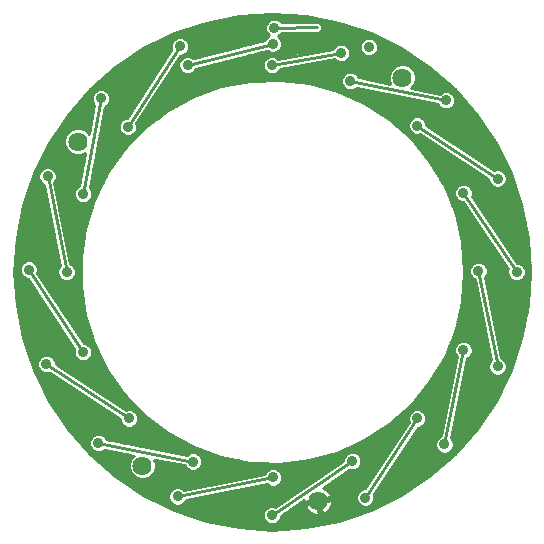
<source format=gbl>
G75*
%MOIN*%
%OFA0B0*%
%FSLAX24Y24*%
%IPPOS*%
%LPD*%
%AMOC8*
5,1,8,0,0,1.08239X$1,22.5*
%
%ADD10C,0.0640*%
%ADD11C,0.0350*%
%ADD12C,0.0100*%
D10*
X004570Y002495D03*
X010420Y001325D03*
X002420Y013295D03*
X013230Y015435D03*
D11*
X012119Y016455D03*
X011195Y016258D03*
X011500Y015315D03*
X013733Y013837D03*
X014689Y014676D03*
X016410Y012066D03*
X015268Y011593D03*
X015770Y008995D03*
X017040Y008955D03*
X015268Y006357D03*
X016410Y005806D03*
X014638Y003207D03*
X013733Y004073D03*
X011567Y002656D03*
X012000Y001436D03*
X008930Y002105D03*
X008890Y000845D03*
X006320Y002045D03*
X006260Y002637D03*
X005741Y001475D03*
X004126Y004073D03*
X003103Y003247D03*
X001370Y005884D03*
X002591Y006278D03*
X002040Y008955D03*
X000780Y009034D03*
X002591Y011554D03*
X001410Y012144D03*
X003181Y014743D03*
X004087Y013798D03*
X006077Y015846D03*
X005819Y016475D03*
X008890Y015845D03*
X008915Y016564D03*
X008965Y017097D03*
D12*
X002081Y003733D02*
X002822Y002888D01*
X003668Y002146D01*
X004602Y001522D01*
X005611Y001024D01*
X006675Y000663D01*
X007778Y000444D01*
X008900Y000370D01*
X010022Y000444D01*
X011125Y000663D01*
X012189Y001024D01*
X013198Y001522D01*
X014132Y002146D01*
X014978Y002888D01*
X015719Y003733D01*
X016343Y004668D01*
X016841Y005676D01*
X017202Y006741D01*
X017421Y007843D01*
X017421Y007843D01*
X017495Y008965D01*
X017421Y010087D01*
X017202Y011190D01*
X016841Y012254D01*
X016343Y013263D01*
X015719Y014197D01*
X014978Y015043D01*
X014132Y015784D01*
X013198Y016409D01*
X012189Y016906D01*
X011125Y017267D01*
X010022Y017487D01*
X008900Y017560D01*
X007778Y017487D01*
X006675Y017267D01*
X005611Y016906D01*
X004602Y016409D01*
X003668Y015784D01*
X002822Y015043D01*
X002081Y014197D01*
X001457Y013263D01*
X000959Y012254D01*
X000598Y011190D01*
X000379Y010087D01*
X000305Y008965D01*
X000379Y007843D01*
X000598Y006741D01*
X000959Y005676D01*
X001457Y004668D01*
X002081Y003733D01*
X002062Y003761D02*
X005193Y003761D01*
X005322Y003663D02*
X002143Y003663D01*
X002229Y003564D02*
X005464Y003564D01*
X005418Y003589D02*
X006280Y003121D01*
X007203Y002789D01*
X008165Y002602D01*
X008165Y002602D01*
X009145Y002565D01*
X009145Y002565D01*
X010119Y002677D01*
X010119Y002677D01*
X011065Y002937D01*
X011960Y003338D01*
X012783Y003871D01*
X013515Y004524D01*
X014139Y005280D01*
X014640Y006123D01*
X014640Y006123D01*
X015007Y007033D01*
X015230Y007987D01*
X015230Y007987D01*
X015305Y008965D01*
X015230Y009943D01*
X015007Y010898D01*
X014640Y011807D01*
X014139Y012650D01*
X013515Y013407D01*
X012783Y014059D01*
X012783Y014059D01*
X011960Y014592D01*
X011960Y014592D01*
X011065Y014993D01*
X010119Y015253D01*
X009145Y015365D01*
X008165Y015328D01*
X007203Y015141D01*
X006280Y014810D01*
X005418Y014341D01*
X004639Y013747D01*
X003959Y013040D01*
X003959Y013040D01*
X003394Y012238D01*
X002959Y011359D01*
X002663Y010425D01*
X002663Y010425D01*
X002514Y009455D01*
X002514Y008475D01*
X002663Y007506D01*
X002663Y007506D01*
X002959Y006571D01*
X002959Y006571D01*
X003394Y005692D01*
X003959Y004890D01*
X004639Y004183D01*
X005418Y003589D01*
X005418Y003589D01*
X005645Y003466D02*
X003315Y003466D01*
X003276Y003505D02*
X003163Y003552D01*
X003042Y003552D01*
X002930Y003505D01*
X002844Y003419D01*
X002798Y003307D01*
X002798Y003186D01*
X002844Y003074D01*
X002930Y002988D01*
X003042Y002942D01*
X003163Y002942D01*
X003276Y002988D01*
X003311Y003023D01*
X004275Y002837D01*
X004189Y002750D01*
X004120Y002585D01*
X004120Y002406D01*
X004189Y002240D01*
X004315Y002114D01*
X004480Y002045D01*
X004660Y002045D01*
X004825Y002114D01*
X004951Y002240D01*
X005020Y002406D01*
X005020Y002585D01*
X004971Y002703D01*
X005984Y002507D01*
X006002Y002465D01*
X006088Y002379D01*
X006200Y002332D01*
X006321Y002332D01*
X006433Y002379D01*
X006519Y002465D01*
X006565Y002577D01*
X006565Y002698D01*
X006519Y002810D01*
X006433Y002896D01*
X006321Y002942D01*
X006200Y002942D01*
X006088Y002896D01*
X006053Y002861D01*
X003379Y003377D01*
X003361Y003419D01*
X003276Y003505D01*
X003428Y003367D02*
X005826Y003367D01*
X006008Y003269D02*
X003939Y003269D01*
X004081Y002875D02*
X002837Y002875D01*
X002747Y002973D02*
X002966Y002973D01*
X002846Y003072D02*
X002661Y003072D01*
X002575Y003170D02*
X002804Y003170D01*
X002798Y003269D02*
X002488Y003269D01*
X002402Y003367D02*
X002823Y003367D01*
X002890Y003466D02*
X002315Y003466D01*
X001996Y003860D02*
X003909Y003860D01*
X003868Y003901D02*
X003954Y003815D01*
X004066Y003768D01*
X004187Y003768D01*
X004299Y003815D01*
X004385Y003901D01*
X004431Y004013D01*
X004431Y004134D01*
X004385Y004246D01*
X004299Y004332D01*
X004187Y004378D01*
X004066Y004378D01*
X004019Y004359D01*
X001675Y005899D01*
X001675Y005945D01*
X001629Y006057D01*
X001543Y006143D01*
X001431Y006189D01*
X001310Y006189D01*
X001198Y006143D01*
X001112Y006057D01*
X001065Y005945D01*
X001065Y005824D01*
X001112Y005712D01*
X001198Y005626D01*
X001310Y005579D01*
X001431Y005579D01*
X001478Y005599D01*
X003821Y004058D01*
X003821Y004013D01*
X003868Y003901D01*
X003844Y003958D02*
X001931Y003958D01*
X001865Y004057D02*
X003821Y004057D01*
X003674Y004155D02*
X001799Y004155D01*
X001733Y004254D02*
X003524Y004254D01*
X003374Y004352D02*
X001667Y004352D01*
X001601Y004451D02*
X003225Y004451D01*
X003075Y004549D02*
X001536Y004549D01*
X001470Y004648D02*
X002925Y004648D01*
X002775Y004746D02*
X001418Y004746D01*
X001369Y004845D02*
X002625Y004845D01*
X002475Y004943D02*
X001321Y004943D01*
X001272Y005042D02*
X002325Y005042D01*
X002175Y005140D02*
X001223Y005140D01*
X001175Y005239D02*
X002025Y005239D01*
X001876Y005337D02*
X001126Y005337D01*
X001078Y005436D02*
X001726Y005436D01*
X001576Y005534D02*
X001029Y005534D01*
X000981Y005633D02*
X001191Y005633D01*
X001104Y005731D02*
X000941Y005731D01*
X000907Y005830D02*
X001065Y005830D01*
X001065Y005928D02*
X000874Y005928D01*
X000840Y006027D02*
X001099Y006027D01*
X001180Y006125D02*
X000807Y006125D01*
X000773Y006224D02*
X002286Y006224D01*
X002286Y006217D02*
X002332Y006105D01*
X002418Y006020D01*
X002530Y005973D01*
X002652Y005973D01*
X002764Y006020D01*
X002850Y006105D01*
X002896Y006217D01*
X002896Y006339D01*
X002850Y006451D01*
X002764Y006537D01*
X002652Y006583D01*
X002606Y006583D01*
X001066Y008927D01*
X001085Y008973D01*
X001085Y009095D01*
X001038Y009207D01*
X000953Y009293D01*
X000841Y009339D01*
X000719Y009339D01*
X000607Y009293D01*
X000521Y009207D01*
X000475Y009095D01*
X000475Y008973D01*
X000521Y008861D01*
X000607Y008775D01*
X000719Y008729D01*
X000765Y008729D01*
X002305Y006385D01*
X002286Y006339D01*
X002286Y006217D01*
X002324Y006125D02*
X001561Y006125D01*
X001642Y006027D02*
X002411Y006027D01*
X002591Y006278D02*
X000780Y009034D01*
X001050Y009179D02*
X001812Y009179D01*
X001815Y009162D02*
X001781Y009128D01*
X001735Y009016D01*
X001735Y008895D01*
X001781Y008783D01*
X001867Y008697D01*
X001979Y008650D01*
X002100Y008650D01*
X002213Y008697D01*
X002298Y008783D01*
X002345Y008895D01*
X002345Y009016D01*
X002298Y009128D01*
X002213Y009214D01*
X002169Y009232D01*
X001634Y011937D01*
X001668Y011971D01*
X001715Y012084D01*
X001715Y012205D01*
X001668Y012317D01*
X001583Y012403D01*
X001471Y012449D01*
X001349Y012449D01*
X001237Y012403D01*
X001151Y012317D01*
X001105Y012205D01*
X001105Y012084D01*
X001151Y011971D01*
X001237Y011886D01*
X001281Y011867D01*
X001815Y009162D01*
X001761Y009080D02*
X001085Y009080D01*
X001085Y008982D02*
X001735Y008982D01*
X001740Y008883D02*
X001094Y008883D01*
X001159Y008785D02*
X001780Y008785D01*
X001893Y008686D02*
X001224Y008686D01*
X001289Y008588D02*
X002514Y008588D01*
X002514Y008686D02*
X002187Y008686D01*
X002299Y008785D02*
X002514Y008785D01*
X002514Y008883D02*
X002340Y008883D01*
X002345Y008982D02*
X002514Y008982D01*
X002514Y009080D02*
X002318Y009080D01*
X002248Y009179D02*
X002514Y009179D01*
X002514Y009277D02*
X002160Y009277D01*
X002140Y009376D02*
X002514Y009376D01*
X002517Y009474D02*
X002121Y009474D01*
X002101Y009573D02*
X002532Y009573D01*
X002547Y009671D02*
X002082Y009671D01*
X002062Y009770D02*
X002562Y009770D01*
X002578Y009868D02*
X002043Y009868D01*
X002023Y009967D02*
X002593Y009967D01*
X002608Y010065D02*
X002004Y010065D01*
X001985Y010164D02*
X002623Y010164D01*
X002638Y010262D02*
X001965Y010262D01*
X001946Y010361D02*
X002654Y010361D01*
X002674Y010459D02*
X001926Y010459D01*
X001907Y010558D02*
X002706Y010558D01*
X002737Y010656D02*
X001887Y010656D01*
X001868Y010755D02*
X002768Y010755D01*
X002799Y010853D02*
X001848Y010853D01*
X001829Y010952D02*
X002830Y010952D01*
X002861Y011050D02*
X001809Y011050D01*
X001790Y011149D02*
X002893Y011149D01*
X002924Y011247D02*
X001771Y011247D01*
X001751Y011346D02*
X002368Y011346D01*
X002332Y011381D02*
X002418Y011295D01*
X002530Y011249D01*
X002652Y011249D01*
X002764Y011295D01*
X002850Y011381D01*
X002896Y011493D01*
X002896Y011614D01*
X002850Y011726D01*
X002813Y011763D01*
X003314Y014467D01*
X003354Y014484D01*
X003440Y014570D01*
X003486Y014682D01*
X003486Y014803D01*
X003440Y014915D01*
X003354Y015001D01*
X003242Y015048D01*
X003121Y015048D01*
X003009Y015001D01*
X002923Y014915D01*
X002876Y014803D01*
X002876Y014682D01*
X002923Y014570D01*
X002960Y014533D01*
X002781Y013570D01*
X002675Y013677D01*
X002510Y013745D01*
X002330Y013745D01*
X002165Y013677D01*
X002039Y013550D01*
X001970Y013385D01*
X001970Y013206D01*
X002039Y013040D01*
X002165Y012914D01*
X002330Y012845D01*
X002510Y012845D01*
X002658Y012907D01*
X002459Y011829D01*
X002418Y011812D01*
X002332Y011726D01*
X002286Y011614D01*
X002286Y011493D01*
X002332Y011381D01*
X002306Y011444D02*
X001732Y011444D01*
X001712Y011543D02*
X002286Y011543D01*
X002297Y011641D02*
X001693Y011641D01*
X001673Y011740D02*
X002346Y011740D01*
X002461Y011838D02*
X001654Y011838D01*
X001634Y011937D02*
X002479Y011937D01*
X002497Y012035D02*
X001695Y012035D01*
X001715Y012134D02*
X002515Y012134D01*
X002534Y012232D02*
X001704Y012232D01*
X001655Y012331D02*
X002552Y012331D01*
X002570Y012429D02*
X001519Y012429D01*
X001301Y012429D02*
X001045Y012429D01*
X000997Y012331D02*
X001165Y012331D01*
X001116Y012232D02*
X000952Y012232D01*
X000918Y012134D02*
X001105Y012134D01*
X001125Y012035D02*
X000885Y012035D01*
X000851Y011937D02*
X001186Y011937D01*
X001287Y011838D02*
X000818Y011838D01*
X000785Y011740D02*
X001306Y011740D01*
X001326Y011641D02*
X000751Y011641D01*
X000718Y011543D02*
X001345Y011543D01*
X001365Y011444D02*
X000684Y011444D01*
X000651Y011346D02*
X001384Y011346D01*
X001404Y011247D02*
X000617Y011247D01*
X000590Y011149D02*
X001423Y011149D01*
X001442Y011050D02*
X000570Y011050D01*
X000551Y010952D02*
X001462Y010952D01*
X001481Y010853D02*
X000531Y010853D01*
X000511Y010755D02*
X001501Y010755D01*
X001520Y010656D02*
X000492Y010656D01*
X000472Y010558D02*
X001540Y010558D01*
X001559Y010459D02*
X000453Y010459D01*
X000433Y010361D02*
X001579Y010361D01*
X001598Y010262D02*
X000413Y010262D01*
X000394Y010164D02*
X001618Y010164D01*
X001637Y010065D02*
X000377Y010065D01*
X000371Y009967D02*
X001657Y009967D01*
X001676Y009868D02*
X000364Y009868D01*
X000358Y009770D02*
X001695Y009770D01*
X001715Y009671D02*
X000351Y009671D01*
X000345Y009573D02*
X001734Y009573D01*
X001754Y009474D02*
X000338Y009474D01*
X000332Y009376D02*
X001773Y009376D01*
X001793Y009277D02*
X000968Y009277D01*
X000592Y009277D02*
X000325Y009277D01*
X000319Y009179D02*
X000510Y009179D01*
X000475Y009080D02*
X000313Y009080D01*
X000306Y008982D02*
X000475Y008982D01*
X000512Y008883D02*
X000310Y008883D01*
X000317Y008785D02*
X000598Y008785D01*
X000793Y008686D02*
X000323Y008686D01*
X000330Y008588D02*
X000858Y008588D01*
X000923Y008489D02*
X000336Y008489D01*
X000343Y008391D02*
X000987Y008391D01*
X001052Y008292D02*
X000349Y008292D01*
X000356Y008194D02*
X001117Y008194D01*
X001182Y008095D02*
X000362Y008095D01*
X000368Y007997D02*
X001246Y007997D01*
X001311Y007898D02*
X000375Y007898D01*
X000387Y007800D02*
X001376Y007800D01*
X001440Y007701D02*
X000407Y007701D01*
X000426Y007603D02*
X001505Y007603D01*
X001570Y007504D02*
X000446Y007504D01*
X000466Y007406D02*
X001635Y007406D01*
X001699Y007307D02*
X000485Y007307D01*
X000505Y007209D02*
X001764Y007209D01*
X001829Y007110D02*
X000524Y007110D01*
X000544Y007012D02*
X001894Y007012D01*
X001958Y006913D02*
X000564Y006913D01*
X000583Y006815D02*
X002023Y006815D01*
X002088Y006716D02*
X000606Y006716D01*
X000640Y006618D02*
X002152Y006618D01*
X002217Y006519D02*
X000673Y006519D01*
X000706Y006421D02*
X002282Y006421D01*
X002286Y006322D02*
X000740Y006322D01*
X001370Y005884D02*
X004126Y004073D01*
X004344Y003860D02*
X005063Y003860D01*
X004934Y003958D02*
X004409Y003958D01*
X004431Y004057D02*
X004805Y004057D01*
X004676Y004155D02*
X004423Y004155D01*
X004377Y004254D02*
X004571Y004254D01*
X004639Y004183D02*
X004639Y004183D01*
X004476Y004352D02*
X004250Y004352D01*
X004381Y004451D02*
X003880Y004451D01*
X003730Y004549D02*
X004287Y004549D01*
X004192Y004648D02*
X003580Y004648D01*
X003430Y004746D02*
X004097Y004746D01*
X004002Y004845D02*
X003281Y004845D01*
X003131Y004943D02*
X003921Y004943D01*
X003959Y004890D02*
X003959Y004890D01*
X003852Y005042D02*
X002981Y005042D01*
X002831Y005140D02*
X003783Y005140D01*
X003713Y005239D02*
X002681Y005239D01*
X002531Y005337D02*
X003644Y005337D01*
X003575Y005436D02*
X002381Y005436D01*
X002231Y005534D02*
X003506Y005534D01*
X003436Y005633D02*
X002081Y005633D01*
X001931Y005731D02*
X003375Y005731D01*
X003394Y005692D02*
X003394Y005692D01*
X003326Y005830D02*
X001782Y005830D01*
X001675Y005928D02*
X003278Y005928D01*
X003229Y006027D02*
X002771Y006027D01*
X002858Y006125D02*
X003180Y006125D01*
X003131Y006224D02*
X002896Y006224D01*
X002896Y006322D02*
X003082Y006322D01*
X003034Y006421D02*
X002862Y006421D01*
X002781Y006519D02*
X002985Y006519D01*
X002945Y006618D02*
X002583Y006618D01*
X002518Y006716D02*
X002913Y006716D01*
X002882Y006815D02*
X002454Y006815D01*
X002389Y006913D02*
X002851Y006913D01*
X002820Y007012D02*
X002324Y007012D01*
X002260Y007110D02*
X002789Y007110D01*
X002757Y007209D02*
X002195Y007209D01*
X002130Y007307D02*
X002726Y007307D01*
X002695Y007406D02*
X002065Y007406D01*
X002001Y007504D02*
X002664Y007504D01*
X002649Y007603D02*
X001936Y007603D01*
X001871Y007701D02*
X002633Y007701D01*
X002618Y007800D02*
X001806Y007800D01*
X001742Y007898D02*
X002603Y007898D01*
X002588Y007997D02*
X001677Y007997D01*
X001612Y008095D02*
X002572Y008095D01*
X002557Y008194D02*
X001548Y008194D01*
X001483Y008292D02*
X002542Y008292D01*
X002527Y008391D02*
X001418Y008391D01*
X001353Y008489D02*
X002514Y008489D01*
X002040Y008955D02*
X001410Y012144D01*
X001094Y012528D02*
X002588Y012528D01*
X002606Y012626D02*
X001143Y012626D01*
X001191Y012725D02*
X002625Y012725D01*
X002643Y012823D02*
X001240Y012823D01*
X001288Y012922D02*
X002157Y012922D01*
X002059Y013020D02*
X001337Y013020D01*
X001386Y013119D02*
X002006Y013119D01*
X001970Y013217D02*
X001434Y013217D01*
X001492Y013316D02*
X001970Y013316D01*
X001982Y013414D02*
X001558Y013414D01*
X001624Y013513D02*
X002023Y013513D01*
X002100Y013611D02*
X001689Y013611D01*
X001755Y013710D02*
X002245Y013710D01*
X002595Y013710D02*
X002807Y013710D01*
X002825Y013808D02*
X001821Y013808D01*
X001887Y013907D02*
X002844Y013907D01*
X002862Y014005D02*
X001953Y014005D01*
X002018Y014104D02*
X002880Y014104D01*
X002898Y014202D02*
X002085Y014202D01*
X002172Y014301D02*
X002917Y014301D01*
X002935Y014399D02*
X002258Y014399D01*
X002344Y014498D02*
X002953Y014498D01*
X002912Y014596D02*
X002431Y014596D01*
X002517Y014695D02*
X002876Y014695D01*
X002876Y014793D02*
X002604Y014793D01*
X002690Y014892D02*
X002913Y014892D01*
X002998Y014990D02*
X002776Y014990D01*
X002875Y015089D02*
X004708Y015089D01*
X004772Y015187D02*
X002987Y015187D01*
X003099Y015286D02*
X004835Y015286D01*
X004899Y015384D02*
X003212Y015384D01*
X003324Y015483D02*
X004963Y015483D01*
X005027Y015581D02*
X003436Y015581D01*
X003549Y015680D02*
X005090Y015680D01*
X005154Y015778D02*
X003661Y015778D01*
X003806Y015877D02*
X005218Y015877D01*
X005281Y015975D02*
X003954Y015975D01*
X004101Y016074D02*
X005345Y016074D01*
X005409Y016172D02*
X004249Y016172D01*
X004396Y016271D02*
X005473Y016271D01*
X005534Y016366D02*
X005514Y016414D01*
X005514Y016536D01*
X005561Y016648D01*
X005647Y016734D01*
X005759Y016780D01*
X005880Y016780D01*
X005992Y016734D01*
X006078Y016648D01*
X006124Y016536D01*
X006124Y016414D01*
X006078Y016302D01*
X005992Y016216D01*
X005880Y016170D01*
X005836Y016170D01*
X004372Y013907D01*
X004392Y013858D01*
X004392Y013737D01*
X004346Y013625D01*
X004260Y013539D01*
X004148Y013493D01*
X004026Y013493D01*
X003914Y013539D01*
X003828Y013625D01*
X003782Y013737D01*
X003782Y013858D01*
X003828Y013971D01*
X003914Y014056D01*
X004026Y014103D01*
X004070Y014103D01*
X005534Y016366D01*
X005533Y016369D02*
X004543Y016369D01*
X004722Y016468D02*
X005514Y016468D01*
X005527Y016566D02*
X004922Y016566D01*
X005122Y016665D02*
X005578Y016665D01*
X005718Y016763D02*
X005321Y016763D01*
X005521Y016862D02*
X008769Y016862D01*
X008789Y016842D02*
X008742Y016823D01*
X008656Y016737D01*
X008632Y016678D01*
X006273Y016081D01*
X006249Y016104D01*
X006137Y016151D01*
X006016Y016151D01*
X005904Y016104D01*
X005818Y016018D01*
X005772Y015906D01*
X005772Y015785D01*
X005818Y015673D01*
X005904Y015587D01*
X006016Y015541D01*
X006137Y015541D01*
X006249Y015587D01*
X006335Y015673D01*
X006359Y015732D01*
X008719Y016329D01*
X008742Y016306D01*
X008854Y016259D01*
X008975Y016259D01*
X009088Y016306D01*
X009173Y016391D01*
X009220Y016503D01*
X009220Y016625D01*
X009173Y016737D01*
X009091Y016819D01*
X009138Y016838D01*
X009218Y016918D01*
X010462Y016925D01*
X010567Y017031D01*
X010566Y017180D01*
X010460Y017285D01*
X009215Y017278D01*
X009138Y017356D01*
X009026Y017402D01*
X008904Y017402D01*
X008792Y017356D01*
X008706Y017270D01*
X008660Y017158D01*
X008660Y017036D01*
X008706Y016924D01*
X008789Y016842D01*
X008683Y016763D02*
X005921Y016763D01*
X006061Y016665D02*
X008579Y016665D01*
X008692Y016960D02*
X005771Y016960D01*
X006061Y017059D02*
X008660Y017059D01*
X008660Y017157D02*
X006351Y017157D01*
X006641Y017256D02*
X008701Y017256D01*
X008791Y017354D02*
X007112Y017354D01*
X007608Y017453D02*
X010192Y017453D01*
X010490Y017256D02*
X011159Y017256D01*
X011449Y017157D02*
X010566Y017157D01*
X010566Y017059D02*
X011739Y017059D01*
X012029Y016960D02*
X010496Y016960D01*
X010386Y017105D02*
X008965Y017097D01*
X009161Y016862D02*
X012279Y016862D01*
X012179Y016760D02*
X012058Y016760D01*
X011946Y016714D01*
X011860Y016628D01*
X011814Y016516D01*
X011814Y016395D01*
X011860Y016283D01*
X011946Y016197D01*
X012058Y016150D01*
X012179Y016150D01*
X012291Y016197D01*
X012377Y016283D01*
X012424Y016395D01*
X012424Y016516D01*
X012377Y016628D01*
X012291Y016714D01*
X012179Y016760D01*
X012340Y016665D02*
X012678Y016665D01*
X012479Y016763D02*
X009147Y016763D01*
X009203Y016665D02*
X011897Y016665D01*
X011834Y016566D02*
X009220Y016566D01*
X009205Y016468D02*
X010973Y016468D01*
X010936Y016431D02*
X011022Y016517D01*
X011134Y016563D01*
X011256Y016563D01*
X011368Y016517D01*
X011453Y016431D01*
X011500Y016319D01*
X011500Y016198D01*
X011453Y016086D01*
X011368Y016000D01*
X011256Y015953D01*
X011134Y015953D01*
X011022Y016000D01*
X010984Y016038D01*
X009165Y015711D01*
X009149Y015672D01*
X009063Y015586D01*
X008951Y015540D01*
X008829Y015540D01*
X008717Y015586D01*
X008632Y015672D01*
X008585Y015784D01*
X008585Y015906D01*
X008632Y016018D01*
X008717Y016104D01*
X008829Y016150D01*
X008951Y016150D01*
X009063Y016104D01*
X009101Y016066D01*
X010920Y016392D01*
X010936Y016431D01*
X010793Y016369D02*
X009151Y016369D01*
X009003Y016271D02*
X010244Y016271D01*
X010635Y015975D02*
X011082Y015975D01*
X011308Y015975D02*
X013846Y015975D01*
X013699Y016074D02*
X011441Y016074D01*
X011489Y016172D02*
X012005Y016172D01*
X011872Y016271D02*
X011500Y016271D01*
X011479Y016369D02*
X011824Y016369D01*
X011814Y016468D02*
X011417Y016468D01*
X011195Y016258D02*
X008890Y015845D01*
X008614Y015975D02*
X007322Y015975D01*
X007711Y016074D02*
X008687Y016074D01*
X008585Y015877D02*
X006933Y015877D01*
X006544Y015778D02*
X008588Y015778D01*
X008629Y015680D02*
X006338Y015680D01*
X006235Y015581D02*
X008730Y015581D01*
X009050Y015581D02*
X011345Y015581D01*
X011327Y015574D02*
X011241Y015488D01*
X011195Y015376D01*
X011195Y015254D01*
X011241Y015142D01*
X011327Y015057D01*
X011439Y015010D01*
X011561Y015010D01*
X011673Y015057D01*
X011706Y015090D01*
X014412Y014548D01*
X014431Y014503D01*
X014517Y014417D01*
X014629Y014371D01*
X014750Y014371D01*
X014862Y014417D01*
X014948Y014503D01*
X014994Y014615D01*
X014994Y014736D01*
X014948Y014849D01*
X014862Y014934D01*
X014750Y014981D01*
X014629Y014981D01*
X014517Y014934D01*
X014483Y014901D01*
X013524Y015093D01*
X013611Y015180D01*
X013680Y015346D01*
X013680Y015525D01*
X013611Y015690D01*
X013485Y015817D01*
X013320Y015885D01*
X013140Y015885D01*
X012975Y015817D01*
X012849Y015690D01*
X012780Y015525D01*
X012780Y015346D01*
X012827Y015233D01*
X011777Y015443D01*
X011759Y015488D01*
X011673Y015574D01*
X011561Y015620D01*
X011439Y015620D01*
X011327Y015574D01*
X011239Y015483D02*
X005392Y015483D01*
X005455Y015581D02*
X005918Y015581D01*
X005815Y015680D02*
X005519Y015680D01*
X005583Y015778D02*
X005774Y015778D01*
X005772Y015877D02*
X005647Y015877D01*
X005710Y015975D02*
X005800Y015975D01*
X005774Y016074D02*
X005873Y016074D01*
X005885Y016172D02*
X006633Y016172D01*
X007022Y016271D02*
X006046Y016271D01*
X006106Y016369D02*
X007411Y016369D01*
X007800Y016468D02*
X006124Y016468D01*
X006112Y016566D02*
X008189Y016566D01*
X008489Y016271D02*
X008826Y016271D01*
X008915Y016564D02*
X006077Y015846D01*
X005819Y016475D02*
X004087Y013798D01*
X003802Y013907D02*
X003210Y013907D01*
X003228Y014005D02*
X003863Y014005D01*
X003782Y013808D02*
X003191Y013808D01*
X003173Y013710D02*
X003793Y013710D01*
X003842Y013611D02*
X003155Y013611D01*
X003137Y013513D02*
X003978Y013513D01*
X004196Y013513D02*
X004413Y013513D01*
X004332Y013611D02*
X004508Y013611D01*
X004603Y013710D02*
X004381Y013710D01*
X004392Y013808D02*
X004719Y013808D01*
X004639Y013747D02*
X004639Y013747D01*
X004848Y013907D02*
X004372Y013907D01*
X004436Y014005D02*
X004978Y014005D01*
X005107Y014104D02*
X004499Y014104D01*
X004563Y014202D02*
X005236Y014202D01*
X005365Y014301D02*
X004627Y014301D01*
X004691Y014399D02*
X005525Y014399D01*
X005418Y014341D02*
X005418Y014341D01*
X005706Y014498D02*
X004754Y014498D01*
X004818Y014596D02*
X005887Y014596D01*
X006068Y014695D02*
X004882Y014695D01*
X004945Y014793D02*
X006249Y014793D01*
X006508Y014892D02*
X005009Y014892D01*
X005073Y014990D02*
X006782Y014990D01*
X007057Y015089D02*
X005137Y015089D01*
X005200Y015187D02*
X007440Y015187D01*
X007948Y015286D02*
X005264Y015286D01*
X005328Y015384D02*
X011198Y015384D01*
X011195Y015286D02*
X009836Y015286D01*
X010119Y015253D02*
X010119Y015253D01*
X010359Y015187D02*
X011223Y015187D01*
X011295Y015089D02*
X010717Y015089D01*
X011065Y014993D02*
X011065Y014993D01*
X011072Y014990D02*
X012205Y014990D01*
X012563Y015286D02*
X012805Y015286D01*
X012780Y015384D02*
X012071Y015384D01*
X011761Y015483D02*
X012780Y015483D01*
X012803Y015581D02*
X011655Y015581D01*
X011500Y015315D02*
X014689Y014676D01*
X014905Y014892D02*
X015110Y014892D01*
X015024Y014990D02*
X014037Y014990D01*
X014171Y014596D02*
X011951Y014596D01*
X012105Y014498D02*
X014436Y014498D01*
X014560Y014399D02*
X012258Y014399D01*
X012410Y014301D02*
X015628Y014301D01*
X015542Y014399D02*
X014819Y014399D01*
X014943Y014498D02*
X015456Y014498D01*
X015369Y014596D02*
X014987Y014596D01*
X014994Y014695D02*
X015283Y014695D01*
X015196Y014793D02*
X014971Y014793D01*
X014925Y015089D02*
X013545Y015089D01*
X013614Y015187D02*
X014813Y015187D01*
X014701Y015286D02*
X013655Y015286D01*
X013680Y015384D02*
X014588Y015384D01*
X014476Y015483D02*
X013680Y015483D01*
X013657Y015581D02*
X014364Y015581D01*
X014251Y015680D02*
X013616Y015680D01*
X013523Y015778D02*
X014139Y015778D01*
X013994Y015877D02*
X013340Y015877D01*
X013120Y015877D02*
X010086Y015877D01*
X009694Y016172D02*
X008100Y016172D01*
X009093Y016074D02*
X009145Y016074D01*
X009152Y015680D02*
X012844Y015680D01*
X012937Y015778D02*
X009537Y015778D01*
X009139Y017354D02*
X010688Y017354D01*
X012232Y016172D02*
X013551Y016172D01*
X013404Y016271D02*
X012365Y016271D01*
X012413Y016369D02*
X013257Y016369D01*
X013078Y016468D02*
X012424Y016468D01*
X012403Y016566D02*
X012878Y016566D01*
X011714Y015089D02*
X011705Y015089D01*
X011511Y014793D02*
X013188Y014793D01*
X013679Y014695D02*
X011731Y014695D01*
X011291Y014892D02*
X012697Y014892D01*
X012562Y014202D02*
X015715Y014202D01*
X015782Y014104D02*
X013886Y014104D01*
X013905Y014096D02*
X013793Y014142D01*
X013672Y014142D01*
X013560Y014096D01*
X013474Y014010D01*
X013428Y013898D01*
X013428Y013776D01*
X013474Y013664D01*
X013560Y013579D01*
X013672Y013532D01*
X013793Y013532D01*
X013839Y013551D01*
X016105Y012052D01*
X016105Y012005D01*
X016151Y011893D01*
X016237Y011807D01*
X016349Y011761D01*
X016471Y011761D01*
X016583Y011807D01*
X016668Y011893D01*
X016715Y012005D01*
X016715Y012126D01*
X016668Y012238D01*
X016583Y012324D01*
X016471Y012371D01*
X016349Y012371D01*
X016304Y012352D01*
X014038Y013851D01*
X014038Y013898D01*
X013991Y014010D01*
X013905Y014096D01*
X013993Y014005D02*
X015847Y014005D01*
X015913Y013907D02*
X014034Y013907D01*
X014103Y013808D02*
X015979Y013808D01*
X016045Y013710D02*
X014252Y013710D01*
X014400Y013611D02*
X016111Y013611D01*
X016176Y013513D02*
X014549Y013513D01*
X014698Y013414D02*
X016242Y013414D01*
X016308Y013316D02*
X014847Y013316D01*
X014996Y013217D02*
X016366Y013217D01*
X016414Y013119D02*
X015145Y013119D01*
X015293Y013020D02*
X016463Y013020D01*
X016512Y012922D02*
X015442Y012922D01*
X015591Y012823D02*
X016560Y012823D01*
X016609Y012725D02*
X015740Y012725D01*
X015889Y012626D02*
X016657Y012626D01*
X016706Y012528D02*
X016038Y012528D01*
X016187Y012429D02*
X016755Y012429D01*
X016803Y012331D02*
X016567Y012331D01*
X016671Y012232D02*
X016848Y012232D01*
X016882Y012134D02*
X016712Y012134D01*
X016715Y012035D02*
X016915Y012035D01*
X016949Y011937D02*
X016687Y011937D01*
X016614Y011838D02*
X016982Y011838D01*
X017015Y011740D02*
X015538Y011740D01*
X015527Y011766D02*
X015441Y011852D01*
X015329Y011898D01*
X015207Y011898D01*
X015095Y011852D01*
X015010Y011766D01*
X014963Y011654D01*
X014963Y011532D01*
X015010Y011420D01*
X015095Y011335D01*
X015207Y011288D01*
X015256Y011288D01*
X016753Y009060D01*
X016735Y009016D01*
X016735Y008895D01*
X016781Y008783D01*
X016867Y008697D01*
X016979Y008650D01*
X017100Y008650D01*
X017213Y008697D01*
X017298Y008783D01*
X017345Y008895D01*
X017345Y009016D01*
X017298Y009128D01*
X017213Y009214D01*
X017100Y009260D01*
X017052Y009260D01*
X015555Y011489D01*
X015573Y011532D01*
X015573Y011654D01*
X015527Y011766D01*
X015454Y011838D02*
X016206Y011838D01*
X016133Y011937D02*
X014563Y011937D01*
X014504Y012035D02*
X016105Y012035D01*
X015981Y012134D02*
X014446Y012134D01*
X014387Y012232D02*
X015832Y012232D01*
X015683Y012331D02*
X014329Y012331D01*
X014270Y012429D02*
X015534Y012429D01*
X015385Y012528D02*
X014212Y012528D01*
X014153Y012626D02*
X015236Y012626D01*
X015088Y012725D02*
X014077Y012725D01*
X014139Y012650D02*
X014139Y012650D01*
X013996Y012823D02*
X014939Y012823D01*
X014790Y012922D02*
X013915Y012922D01*
X013834Y013020D02*
X014641Y013020D01*
X014492Y013119D02*
X013752Y013119D01*
X013671Y013217D02*
X014343Y013217D01*
X014195Y013316D02*
X013590Y013316D01*
X013515Y013407D02*
X013515Y013407D01*
X013515Y013407D01*
X013506Y013414D02*
X014046Y013414D01*
X013897Y013513D02*
X013396Y013513D01*
X013285Y013611D02*
X013527Y013611D01*
X013455Y013710D02*
X013175Y013710D01*
X013064Y013808D02*
X013428Y013808D01*
X013431Y013907D02*
X012954Y013907D01*
X012843Y014005D02*
X013472Y014005D01*
X013579Y014104D02*
X012714Y014104D01*
X013733Y013837D02*
X016410Y012066D01*
X017049Y011641D02*
X015573Y011641D01*
X015573Y011543D02*
X017082Y011543D01*
X017116Y011444D02*
X015585Y011444D01*
X015651Y011346D02*
X017149Y011346D01*
X017183Y011247D02*
X015717Y011247D01*
X015783Y011149D02*
X017210Y011149D01*
X017230Y011050D02*
X015850Y011050D01*
X015916Y010952D02*
X017249Y010952D01*
X017269Y010853D02*
X015982Y010853D01*
X016048Y010755D02*
X017289Y010755D01*
X017308Y010656D02*
X016114Y010656D01*
X016180Y010558D02*
X017328Y010558D01*
X017347Y010459D02*
X016247Y010459D01*
X016313Y010361D02*
X017367Y010361D01*
X017387Y010262D02*
X016379Y010262D01*
X016445Y010164D02*
X017406Y010164D01*
X017423Y010065D02*
X016511Y010065D01*
X016577Y009967D02*
X017429Y009967D01*
X017436Y009868D02*
X016643Y009868D01*
X016710Y009770D02*
X017442Y009770D01*
X017449Y009671D02*
X016776Y009671D01*
X016842Y009573D02*
X017455Y009573D01*
X017462Y009474D02*
X016908Y009474D01*
X016974Y009376D02*
X017468Y009376D01*
X017475Y009277D02*
X017040Y009277D01*
X017248Y009179D02*
X017481Y009179D01*
X017487Y009080D02*
X017318Y009080D01*
X017345Y008982D02*
X017494Y008982D01*
X017490Y008883D02*
X017340Y008883D01*
X017299Y008785D02*
X017483Y008785D01*
X017477Y008686D02*
X017187Y008686D01*
X016893Y008686D02*
X016016Y008686D01*
X016035Y008588D02*
X017470Y008588D01*
X017464Y008489D02*
X016055Y008489D01*
X016075Y008391D02*
X017457Y008391D01*
X017451Y008292D02*
X016095Y008292D01*
X016114Y008194D02*
X017444Y008194D01*
X017438Y008095D02*
X016134Y008095D01*
X016154Y007997D02*
X017432Y007997D01*
X017425Y007898D02*
X016174Y007898D01*
X016193Y007800D02*
X017413Y007800D01*
X017393Y007701D02*
X016213Y007701D01*
X016233Y007603D02*
X017374Y007603D01*
X017354Y007504D02*
X016253Y007504D01*
X016272Y007406D02*
X017334Y007406D01*
X017315Y007307D02*
X016292Y007307D01*
X016312Y007209D02*
X017295Y007209D01*
X017276Y007110D02*
X016332Y007110D01*
X016351Y007012D02*
X017256Y007012D01*
X017236Y006913D02*
X016371Y006913D01*
X016391Y006815D02*
X017217Y006815D01*
X017194Y006716D02*
X016411Y006716D01*
X016431Y006618D02*
X017160Y006618D01*
X017127Y006519D02*
X016450Y006519D01*
X016470Y006421D02*
X017094Y006421D01*
X017060Y006322D02*
X016490Y006322D01*
X016510Y006224D02*
X017027Y006224D01*
X016993Y006125D02*
X016529Y006125D01*
X016538Y006083D02*
X015995Y008788D01*
X016029Y008822D01*
X016075Y008934D01*
X016075Y009055D01*
X016029Y009167D01*
X015943Y009253D01*
X015831Y009300D01*
X015709Y009300D01*
X015597Y009253D01*
X015512Y009167D01*
X015465Y009055D01*
X015465Y008934D01*
X015512Y008822D01*
X015597Y008736D01*
X015642Y008718D01*
X016185Y006012D01*
X016151Y005978D01*
X016105Y005866D01*
X016105Y005745D01*
X016151Y005633D01*
X016237Y005547D01*
X016349Y005501D01*
X016471Y005501D01*
X016583Y005547D01*
X016668Y005633D01*
X016819Y005633D01*
X016859Y005731D02*
X016709Y005731D01*
X016715Y005745D02*
X016668Y005633D01*
X016715Y005745D02*
X016715Y005866D01*
X016668Y005978D01*
X016583Y006064D01*
X016538Y006083D01*
X016620Y006027D02*
X016960Y006027D01*
X016926Y005928D02*
X016689Y005928D01*
X016715Y005830D02*
X016893Y005830D01*
X016771Y005534D02*
X016551Y005534D01*
X016722Y005436D02*
X015267Y005436D01*
X015287Y005534D02*
X016268Y005534D01*
X016152Y005633D02*
X015307Y005633D01*
X015327Y005731D02*
X016111Y005731D01*
X016105Y005830D02*
X015346Y005830D01*
X015366Y005928D02*
X016130Y005928D01*
X016182Y006027D02*
X015386Y006027D01*
X015396Y006080D02*
X014863Y003414D01*
X014897Y003380D01*
X014943Y003268D01*
X014943Y003147D01*
X014897Y003034D01*
X014811Y002949D01*
X014699Y002902D01*
X014578Y002902D01*
X014465Y002949D01*
X014380Y003034D01*
X014333Y003147D01*
X014333Y003268D01*
X014380Y003380D01*
X014465Y003466D01*
X013549Y003466D01*
X013614Y003564D02*
X014526Y003564D01*
X014510Y003484D02*
X014465Y003466D01*
X014510Y003484D02*
X015043Y006150D01*
X015010Y006184D01*
X014963Y006296D01*
X014963Y006418D01*
X015010Y006530D01*
X015095Y006615D01*
X015207Y006662D01*
X015329Y006662D01*
X015441Y006615D01*
X015527Y006530D01*
X015573Y006418D01*
X015573Y006296D01*
X015527Y006184D01*
X015441Y006098D01*
X015396Y006080D01*
X015468Y006125D02*
X016162Y006125D01*
X016142Y006224D02*
X015543Y006224D01*
X015573Y006322D02*
X016123Y006322D01*
X016103Y006421D02*
X015572Y006421D01*
X015531Y006519D02*
X016083Y006519D01*
X016063Y006618D02*
X015436Y006618D01*
X015268Y006357D02*
X014638Y003207D01*
X014912Y003072D02*
X015139Y003072D01*
X015225Y003170D02*
X014943Y003170D01*
X014943Y003269D02*
X015312Y003269D01*
X015398Y003367D02*
X014902Y003367D01*
X014873Y003466D02*
X015485Y003466D01*
X015571Y003564D02*
X014893Y003564D01*
X014913Y003663D02*
X015657Y003663D01*
X015738Y003761D02*
X014933Y003761D01*
X014952Y003860D02*
X015804Y003860D01*
X015869Y003958D02*
X014972Y003958D01*
X014992Y004057D02*
X015935Y004057D01*
X016001Y004155D02*
X015011Y004155D01*
X015031Y004254D02*
X016067Y004254D01*
X016133Y004352D02*
X015051Y004352D01*
X015070Y004451D02*
X016199Y004451D01*
X016264Y004549D02*
X015090Y004549D01*
X015110Y004648D02*
X016330Y004648D01*
X016382Y004746D02*
X015130Y004746D01*
X015149Y004845D02*
X016431Y004845D01*
X016479Y004943D02*
X015169Y004943D01*
X015189Y005042D02*
X016528Y005042D01*
X016577Y005140D02*
X015208Y005140D01*
X015228Y005239D02*
X016625Y005239D01*
X016674Y005337D02*
X015248Y005337D01*
X014900Y005436D02*
X014231Y005436D01*
X014290Y005534D02*
X014920Y005534D01*
X014940Y005633D02*
X014348Y005633D01*
X014407Y005731D02*
X014959Y005731D01*
X014979Y005830D02*
X014465Y005830D01*
X014524Y005928D02*
X014999Y005928D01*
X015019Y006027D02*
X014583Y006027D01*
X014641Y006125D02*
X015038Y006125D01*
X014993Y006224D02*
X014680Y006224D01*
X014720Y006322D02*
X014963Y006322D01*
X014964Y006421D02*
X014760Y006421D01*
X014800Y006519D02*
X015005Y006519D01*
X015101Y006618D02*
X014839Y006618D01*
X014879Y006716D02*
X016044Y006716D01*
X016024Y006815D02*
X014919Y006815D01*
X014958Y006913D02*
X016004Y006913D01*
X015984Y007012D02*
X014998Y007012D01*
X015007Y007033D02*
X015007Y007033D01*
X015025Y007110D02*
X015965Y007110D01*
X015945Y007209D02*
X015048Y007209D01*
X015071Y007307D02*
X015925Y007307D01*
X015905Y007406D02*
X015094Y007406D01*
X015117Y007504D02*
X015886Y007504D01*
X015866Y007603D02*
X015140Y007603D01*
X015163Y007701D02*
X015846Y007701D01*
X015826Y007800D02*
X015186Y007800D01*
X015209Y007898D02*
X015806Y007898D01*
X015787Y007997D02*
X015231Y007997D01*
X015238Y008095D02*
X015767Y008095D01*
X015747Y008194D02*
X015246Y008194D01*
X015253Y008292D02*
X015727Y008292D01*
X015708Y008391D02*
X015261Y008391D01*
X015268Y008489D02*
X015688Y008489D01*
X015668Y008588D02*
X015276Y008588D01*
X015284Y008686D02*
X015648Y008686D01*
X015549Y008785D02*
X015291Y008785D01*
X015299Y008883D02*
X015486Y008883D01*
X015465Y008982D02*
X015304Y008982D01*
X015296Y009080D02*
X015475Y009080D01*
X015523Y009179D02*
X015289Y009179D01*
X015281Y009277D02*
X015655Y009277D01*
X015770Y008995D02*
X016410Y005806D01*
X014881Y005337D02*
X014173Y005337D01*
X014139Y005280D02*
X014139Y005280D01*
X014105Y005239D02*
X014861Y005239D01*
X014841Y005140D02*
X014023Y005140D01*
X013942Y005042D02*
X014822Y005042D01*
X014802Y004943D02*
X013861Y004943D01*
X013780Y004845D02*
X014782Y004845D01*
X014762Y004746D02*
X013698Y004746D01*
X013617Y004648D02*
X014743Y004648D01*
X014723Y004549D02*
X013536Y004549D01*
X013515Y004524D02*
X013515Y004524D01*
X013433Y004451D02*
X014703Y004451D01*
X014684Y004352D02*
X013857Y004352D01*
X013905Y004332D02*
X013793Y004378D01*
X013672Y004378D01*
X013560Y004332D01*
X013474Y004246D01*
X013428Y004134D01*
X013428Y004013D01*
X013447Y003966D01*
X011985Y001741D01*
X011940Y001741D01*
X011828Y001694D01*
X011742Y001608D01*
X011695Y001496D01*
X011695Y001375D01*
X011742Y001263D01*
X011828Y001177D01*
X011940Y001131D01*
X012061Y001131D01*
X012173Y001177D01*
X012259Y001263D01*
X012305Y001375D01*
X012305Y001496D01*
X012286Y001543D01*
X013748Y003768D01*
X013793Y003768D01*
X013905Y003815D01*
X013991Y003901D01*
X014038Y004013D01*
X014038Y004134D01*
X013991Y004246D01*
X013905Y004332D01*
X013984Y004254D02*
X014664Y004254D01*
X014644Y004155D02*
X014029Y004155D01*
X014038Y004057D02*
X014625Y004057D01*
X014605Y003958D02*
X014015Y003958D01*
X013950Y003860D02*
X014585Y003860D01*
X014565Y003761D02*
X013743Y003761D01*
X013678Y003663D02*
X014546Y003663D01*
X014374Y003367D02*
X013484Y003367D01*
X013420Y003269D02*
X014333Y003269D01*
X014333Y003170D02*
X013355Y003170D01*
X013290Y003072D02*
X014364Y003072D01*
X014441Y002973D02*
X013225Y002973D01*
X013161Y002875D02*
X014963Y002875D01*
X015053Y002973D02*
X014835Y002973D01*
X014851Y002776D02*
X013096Y002776D01*
X013031Y002678D02*
X014738Y002678D01*
X014626Y002579D02*
X012967Y002579D01*
X012902Y002481D02*
X014514Y002481D01*
X014401Y002382D02*
X012837Y002382D01*
X012773Y002284D02*
X014289Y002284D01*
X014177Y002185D02*
X012708Y002185D01*
X012643Y002087D02*
X014043Y002087D01*
X013896Y001988D02*
X012579Y001988D01*
X012514Y001890D02*
X013748Y001890D01*
X013601Y001791D02*
X012449Y001791D01*
X012385Y001693D02*
X013453Y001693D01*
X013306Y001594D02*
X012320Y001594D01*
X012305Y001496D02*
X013145Y001496D01*
X012945Y001397D02*
X012305Y001397D01*
X012274Y001299D02*
X012745Y001299D01*
X012546Y001200D02*
X012196Y001200D01*
X012346Y001102D02*
X010834Y001102D01*
X010822Y001079D02*
X010856Y001145D01*
X010878Y001215D01*
X010890Y001288D01*
X010890Y001362D01*
X010889Y001368D01*
X010479Y001286D01*
X010459Y001384D01*
X010869Y001466D01*
X010856Y001506D01*
X010822Y001571D01*
X010778Y001631D01*
X010726Y001684D01*
X010666Y001727D01*
X010600Y001761D01*
X010576Y001768D01*
X011464Y002369D01*
X011507Y002351D01*
X011628Y002351D01*
X011740Y002397D01*
X011826Y002483D01*
X011872Y002595D01*
X011872Y002717D01*
X011826Y002829D01*
X011740Y002915D01*
X011628Y002961D01*
X011507Y002961D01*
X011395Y002915D01*
X011309Y002829D01*
X011262Y002717D01*
X011262Y002667D01*
X008994Y001132D01*
X008951Y001150D01*
X008829Y001150D01*
X008717Y001104D01*
X008632Y001018D01*
X008585Y000906D01*
X008585Y000784D01*
X008632Y000672D01*
X008717Y000586D01*
X008829Y000540D01*
X008951Y000540D01*
X009063Y000586D01*
X009149Y000672D01*
X009195Y000784D01*
X009195Y000834D01*
X009950Y001345D01*
X009950Y001288D01*
X009951Y001282D01*
X010361Y001364D01*
X010381Y001266D01*
X010479Y001286D01*
X010561Y000877D01*
X010600Y000890D01*
X010666Y000923D01*
X010726Y000967D01*
X010778Y001019D01*
X010822Y001079D01*
X010763Y001003D02*
X012127Y001003D01*
X011836Y000905D02*
X010630Y000905D01*
X010555Y000905D02*
X010453Y000905D01*
X010463Y000856D02*
X010381Y001266D01*
X009971Y001185D01*
X009984Y001145D01*
X010018Y001079D01*
X010062Y001019D01*
X010114Y000967D01*
X010174Y000923D01*
X010240Y000890D01*
X010310Y000867D01*
X010383Y000855D01*
X010457Y000855D01*
X010463Y000856D01*
X010433Y001003D02*
X010535Y001003D01*
X010516Y001102D02*
X010414Y001102D01*
X010394Y001200D02*
X010496Y001200D01*
X010476Y001299D02*
X010543Y001299D01*
X010525Y001397D02*
X011695Y001397D01*
X011695Y001496D02*
X010859Y001496D01*
X010806Y001594D02*
X011736Y001594D01*
X011826Y001693D02*
X010714Y001693D01*
X010610Y001791D02*
X012019Y001791D01*
X012083Y001890D02*
X010756Y001890D01*
X010901Y001988D02*
X012148Y001988D01*
X012213Y002087D02*
X011047Y002087D01*
X011192Y002185D02*
X012277Y002185D01*
X012342Y002284D02*
X011338Y002284D01*
X011132Y002579D02*
X009269Y002579D01*
X009102Y002363D02*
X008990Y002410D01*
X008869Y002410D01*
X008757Y002363D01*
X008671Y002278D01*
X008653Y002234D01*
X005948Y001699D01*
X005913Y001734D01*
X005801Y001780D01*
X005680Y001780D01*
X005568Y001734D01*
X005482Y001648D01*
X005436Y001536D01*
X005436Y001414D01*
X005482Y001302D01*
X005568Y001216D01*
X005680Y001170D01*
X005801Y001170D01*
X005913Y001216D01*
X005999Y001302D01*
X006017Y001346D01*
X008723Y001881D01*
X008757Y001846D01*
X008869Y001800D01*
X008990Y001800D01*
X009102Y001846D01*
X009188Y001932D01*
X009235Y002044D01*
X009235Y002166D01*
X009188Y002278D01*
X009102Y002363D01*
X009057Y002382D02*
X010841Y002382D01*
X010696Y002284D02*
X009182Y002284D01*
X009226Y002185D02*
X010550Y002185D01*
X010404Y002087D02*
X009235Y002087D01*
X009211Y001988D02*
X010259Y001988D01*
X010113Y001890D02*
X009146Y001890D01*
X008930Y002105D02*
X005741Y001475D01*
X005527Y001693D02*
X004347Y001693D01*
X004494Y001594D02*
X005460Y001594D01*
X005436Y001496D02*
X004655Y001496D01*
X004855Y001397D02*
X005443Y001397D01*
X005486Y001299D02*
X005055Y001299D01*
X005254Y001200D02*
X005607Y001200D01*
X005454Y001102D02*
X008715Y001102D01*
X008626Y001003D02*
X005673Y001003D01*
X005874Y001200D02*
X009094Y001200D01*
X009239Y001299D02*
X005996Y001299D01*
X006275Y001397D02*
X009385Y001397D01*
X009531Y001496D02*
X006774Y001496D01*
X006911Y001890D02*
X004052Y001890D01*
X003904Y001988D02*
X007410Y001988D01*
X007771Y001693D02*
X009822Y001693D01*
X009967Y001791D02*
X008270Y001791D01*
X008407Y002185D02*
X004896Y002185D01*
X004969Y002284D02*
X008677Y002284D01*
X008802Y002382D02*
X006437Y002382D01*
X006526Y002481D02*
X010987Y002481D01*
X011262Y002678D02*
X010121Y002678D01*
X010479Y002776D02*
X011287Y002776D01*
X011355Y002875D02*
X010838Y002875D01*
X011065Y002937D02*
X011065Y002937D01*
X011145Y002973D02*
X012795Y002973D01*
X012859Y003072D02*
X011365Y003072D01*
X011585Y003170D02*
X012924Y003170D01*
X012989Y003269D02*
X011804Y003269D01*
X011960Y003338D02*
X011960Y003338D01*
X012004Y003367D02*
X013054Y003367D01*
X013118Y003466D02*
X012156Y003466D01*
X012309Y003564D02*
X013183Y003564D01*
X013248Y003663D02*
X012461Y003663D01*
X012613Y003761D02*
X013312Y003761D01*
X013377Y003860D02*
X012765Y003860D01*
X012783Y003871D02*
X012783Y003871D01*
X012880Y003958D02*
X013442Y003958D01*
X013428Y004057D02*
X012991Y004057D01*
X013101Y004155D02*
X013436Y004155D01*
X013482Y004254D02*
X013212Y004254D01*
X013322Y004352D02*
X013609Y004352D01*
X013733Y004073D02*
X012000Y001436D01*
X011727Y001299D02*
X010890Y001299D01*
X010874Y001200D02*
X011805Y001200D01*
X011546Y000806D02*
X009195Y000806D01*
X009163Y000708D02*
X011256Y000708D01*
X010854Y000609D02*
X009086Y000609D01*
X008890Y000845D02*
X011567Y002656D01*
X011703Y002382D02*
X012407Y002382D01*
X012471Y002481D02*
X011823Y002481D01*
X011866Y002579D02*
X012536Y002579D01*
X012601Y002678D02*
X011872Y002678D01*
X011848Y002776D02*
X012665Y002776D01*
X012730Y002875D02*
X011780Y002875D01*
X010374Y001299D02*
X010032Y001299D01*
X009950Y001299D02*
X009882Y001299D01*
X009736Y001200D02*
X010050Y001200D01*
X010006Y001102D02*
X009591Y001102D01*
X009445Y001003D02*
X010077Y001003D01*
X010210Y000905D02*
X009299Y000905D01*
X009541Y000412D02*
X008259Y000412D01*
X008617Y000708D02*
X006544Y000708D01*
X006254Y000806D02*
X008585Y000806D01*
X008585Y000905D02*
X005964Y000905D01*
X006412Y001791D02*
X004199Y001791D01*
X004380Y002087D02*
X003757Y002087D01*
X003623Y002185D02*
X004244Y002185D01*
X004171Y002284D02*
X003511Y002284D01*
X003399Y002382D02*
X004130Y002382D01*
X004120Y002481D02*
X003286Y002481D01*
X003174Y002579D02*
X004120Y002579D01*
X004159Y002678D02*
X003062Y002678D01*
X002949Y002776D02*
X004215Y002776D01*
X004449Y003170D02*
X006189Y003170D01*
X006280Y003121D02*
X006280Y003121D01*
X006416Y003072D02*
X004960Y003072D01*
X004981Y002678D02*
X005102Y002678D01*
X005020Y002579D02*
X005612Y002579D01*
X005995Y002481D02*
X005020Y002481D01*
X005010Y002382D02*
X006084Y002382D01*
X006260Y002637D02*
X003103Y003247D01*
X003239Y002973D02*
X003570Y002973D01*
X004760Y002087D02*
X007908Y002087D01*
X007777Y002678D02*
X006565Y002678D01*
X006565Y002579D02*
X008772Y002579D01*
X009676Y001594D02*
X007273Y001594D01*
X006946Y000609D02*
X008695Y000609D01*
X007441Y000511D02*
X010359Y000511D01*
X007270Y002776D02*
X006533Y002776D01*
X006455Y002875D02*
X006965Y002875D01*
X007203Y002789D02*
X007203Y002789D01*
X006690Y002973D02*
X005470Y002973D01*
X005981Y002875D02*
X006066Y002875D01*
X002955Y011346D02*
X002814Y011346D01*
X002876Y011444D02*
X003001Y011444D01*
X002959Y011359D02*
X002959Y011359D01*
X002896Y011543D02*
X003050Y011543D01*
X003099Y011641D02*
X002885Y011641D01*
X002836Y011740D02*
X003148Y011740D01*
X003196Y011838D02*
X002827Y011838D01*
X002845Y011937D02*
X003245Y011937D01*
X003294Y012035D02*
X002863Y012035D01*
X002881Y012134D02*
X003343Y012134D01*
X003391Y012232D02*
X002900Y012232D01*
X002918Y012331D02*
X003459Y012331D01*
X003394Y012238D02*
X003394Y012238D01*
X003529Y012429D02*
X002936Y012429D01*
X002954Y012528D02*
X003598Y012528D01*
X003667Y012626D02*
X002973Y012626D01*
X002991Y012725D02*
X003737Y012725D01*
X003806Y012823D02*
X003009Y012823D01*
X003027Y012922D02*
X003875Y012922D01*
X003944Y013020D02*
X003046Y013020D01*
X003064Y013119D02*
X004034Y013119D01*
X004129Y013217D02*
X003082Y013217D01*
X003100Y013316D02*
X004224Y013316D01*
X004318Y013414D02*
X003119Y013414D01*
X002789Y013611D02*
X002740Y013611D01*
X003246Y014104D02*
X004071Y014104D01*
X004134Y014202D02*
X003264Y014202D01*
X003283Y014301D02*
X004198Y014301D01*
X004262Y014399D02*
X003301Y014399D01*
X003368Y014498D02*
X004325Y014498D01*
X004389Y014596D02*
X003451Y014596D01*
X003486Y014695D02*
X004453Y014695D01*
X004517Y014793D02*
X003486Y014793D01*
X003450Y014892D02*
X004580Y014892D01*
X004644Y014990D02*
X003365Y014990D01*
X003181Y014743D02*
X002591Y011554D01*
X008763Y017551D02*
X009037Y017551D01*
X014622Y011838D02*
X015082Y011838D01*
X014999Y011740D02*
X014667Y011740D01*
X014640Y011807D02*
X014640Y011807D01*
X014707Y011641D02*
X014963Y011641D01*
X014963Y011543D02*
X014747Y011543D01*
X014786Y011444D02*
X015000Y011444D01*
X015084Y011346D02*
X014826Y011346D01*
X014866Y011247D02*
X015284Y011247D01*
X015350Y011149D02*
X014905Y011149D01*
X014945Y011050D02*
X015416Y011050D01*
X015482Y010952D02*
X014985Y010952D01*
X015007Y010898D02*
X015007Y010898D01*
X015017Y010853D02*
X015548Y010853D01*
X015614Y010755D02*
X015040Y010755D01*
X015063Y010656D02*
X015681Y010656D01*
X015747Y010558D02*
X015086Y010558D01*
X015109Y010459D02*
X015813Y010459D01*
X015879Y010361D02*
X015132Y010361D01*
X015155Y010262D02*
X015945Y010262D01*
X016011Y010164D02*
X015178Y010164D01*
X015201Y010065D02*
X016078Y010065D01*
X016144Y009967D02*
X015224Y009967D01*
X015230Y009943D02*
X015230Y009943D01*
X015236Y009868D02*
X016210Y009868D01*
X016276Y009770D02*
X015243Y009770D01*
X015251Y009671D02*
X016342Y009671D01*
X016408Y009573D02*
X015258Y009573D01*
X015266Y009474D02*
X016474Y009474D01*
X016541Y009376D02*
X015273Y009376D01*
X015885Y009277D02*
X016607Y009277D01*
X016673Y009179D02*
X016017Y009179D01*
X016065Y009080D02*
X016739Y009080D01*
X016735Y008982D02*
X016075Y008982D01*
X016054Y008883D02*
X016740Y008883D01*
X016780Y008785D02*
X015996Y008785D01*
X017040Y008955D02*
X015268Y011593D01*
M02*

</source>
